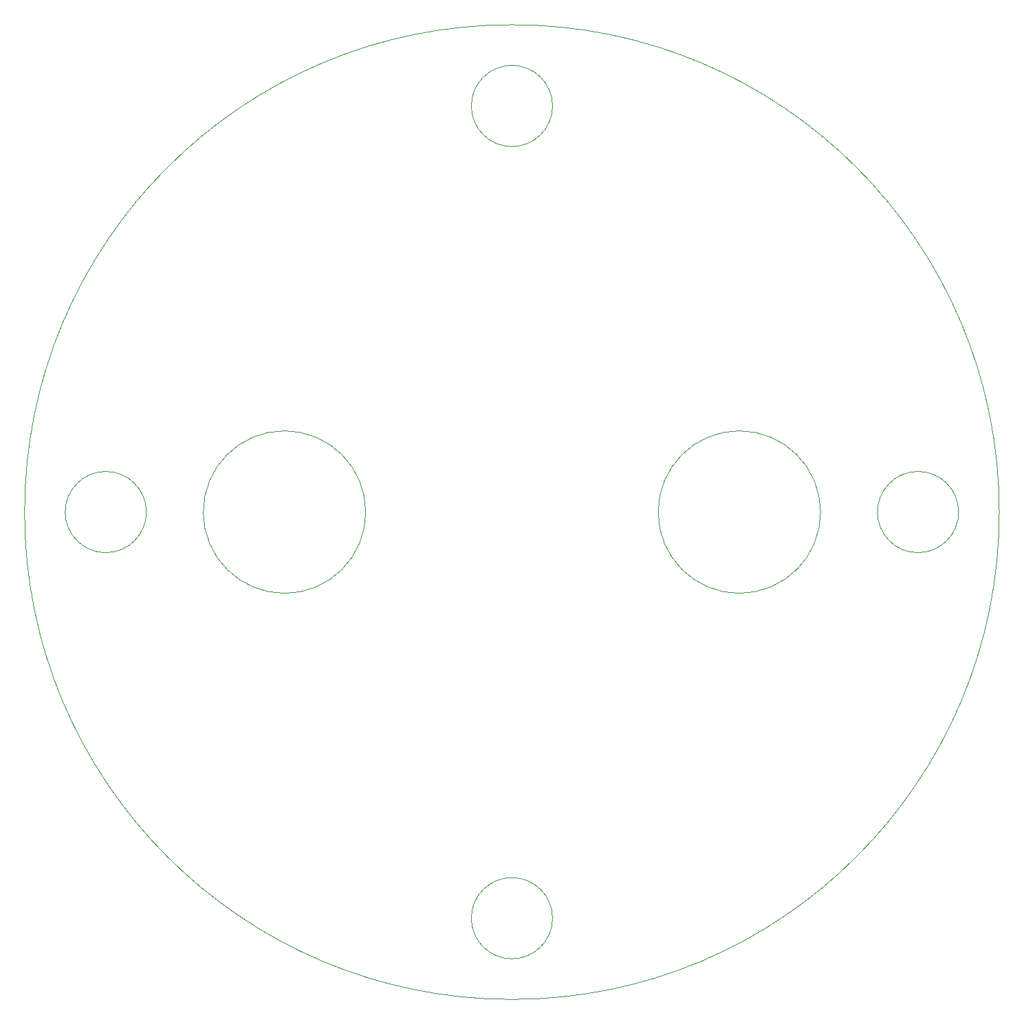
<source format=gbr>
%TF.GenerationSoftware,KiCad,Pcbnew,8.0.6*%
%TF.CreationDate,2025-02-23T17:02:55-05:00*%
%TF.ProjectId,Wire Spool Antenna Blank V1.3,57697265-2053-4706-9f6f-6c20416e7465,rev?*%
%TF.SameCoordinates,Original*%
%TF.FileFunction,Profile,NP*%
%FSLAX46Y46*%
G04 Gerber Fmt 4.6, Leading zero omitted, Abs format (unit mm)*
G04 Created by KiCad (PCBNEW 8.0.6) date 2025-02-23 17:02:55*
%MOMM*%
%LPD*%
G01*
G04 APERTURE LIST*
%TA.AperFunction,Profile*%
%ADD10C,0.050000*%
%TD*%
G04 APERTURE END LIST*
D10*
X55000000Y-100000000D02*
G75*
G02*
X45000000Y-100000000I-5000000J0D01*
G01*
X45000000Y-100000000D02*
G75*
G02*
X55000000Y-100000000I5000000J0D01*
G01*
X155000000Y-100000000D02*
G75*
G02*
X145000000Y-100000000I-5000000J0D01*
G01*
X145000000Y-100000000D02*
G75*
G02*
X155000000Y-100000000I5000000J0D01*
G01*
X105000000Y-50000000D02*
G75*
G02*
X95000000Y-50000000I-5000000J0D01*
G01*
X95000000Y-50000000D02*
G75*
G02*
X105000000Y-50000000I5000000J0D01*
G01*
X160000000Y-100000000D02*
G75*
G02*
X40000000Y-100000000I-60000000J0D01*
G01*
X40000000Y-100000000D02*
G75*
G02*
X160000000Y-100000000I60000000J0D01*
G01*
X82000000Y-100000000D02*
G75*
G02*
X62000000Y-100000000I-10000000J0D01*
G01*
X62000000Y-100000000D02*
G75*
G02*
X82000000Y-100000000I10000000J0D01*
G01*
X105000000Y-150000000D02*
G75*
G02*
X95000000Y-150000000I-5000000J0D01*
G01*
X95000000Y-150000000D02*
G75*
G02*
X105000000Y-150000000I5000000J0D01*
G01*
X138000000Y-100000000D02*
G75*
G02*
X118000000Y-100000000I-10000000J0D01*
G01*
X118000000Y-100000000D02*
G75*
G02*
X138000000Y-100000000I10000000J0D01*
G01*
M02*

</source>
